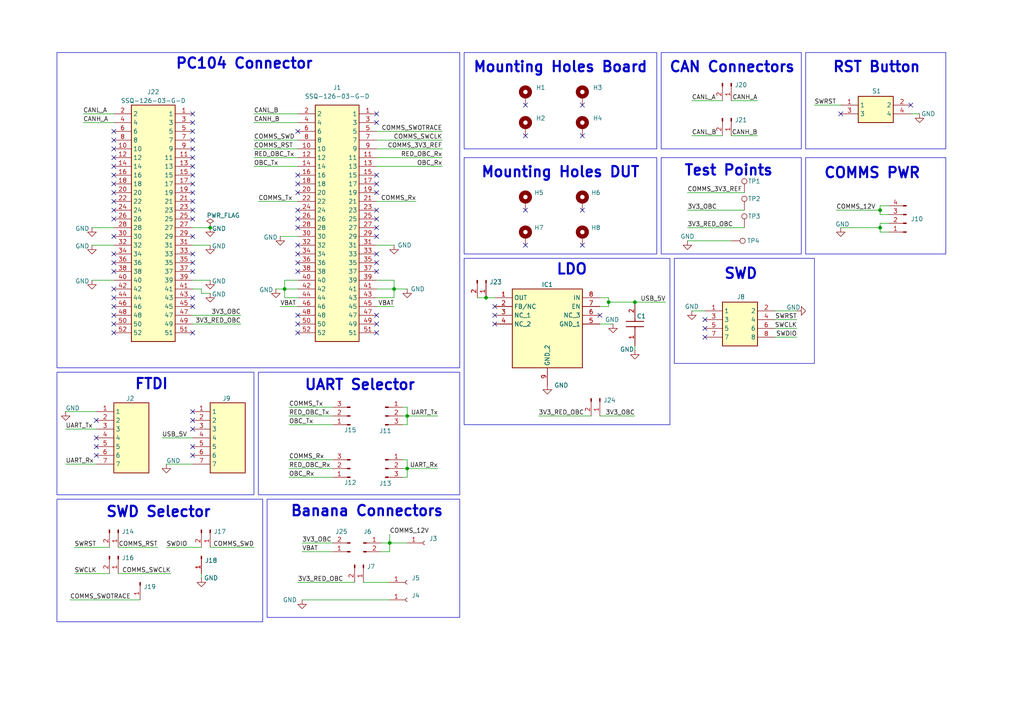
<source format=kicad_sch>
(kicad_sch (version 20231120) (generator "eeschema") (generator_version "8.0")
  (paper "A4")
  (lib_symbols
    (symbol "Connector:Conn_01x01_Pin" (pin_names (offset 1.016) hide)
      (property "Reference" "J" (at 0 2.54 0))
      (property "Value" "Conn_01x01_Pin" (at 0 -2.54 0))
      (symbol "Conn_01x01_Pin_1_1"
        (polyline (pts (xy 1.27 0) (xy 0.8636 0)) (stroke (width 0.1524)))
        (rectangle (start 0.8636 0.127) (end 0 -0.127) (stroke (width 0.1524)) (fill (type outline)))
        (pin passive line (at 5.08 0 180) (length 3.81) (name "Pin_1") (number "1"))
      )
    )
    (symbol "Connector:Conn_01x01_Socket" (pin_names (offset 1.016) hide)
      (property "Reference" "J" (at 0 2.54 0))
      (property "Value" "Conn_01x01_Socket" (at 0 -2.54 0))
      (symbol "Conn_01x01_Socket_1_1"
        (polyline (pts (xy -1.27 0) (xy -0.508 0)) (stroke (width 0.1524)))
        (arc (start 0 0.508) (mid -0.5058 0) (end 0 -0.508) (stroke (width 0.1524)))
        (pin passive line (at -5.08 0 0) (length 3.81) (name "Pin_1") (number "1"))
      )
    )
    (symbol "Connector:Conn_01x02_Pin" (pin_names (offset 1.016) hide)
      (property "Reference" "J" (at 0 2.54 0))
      (property "Value" "Conn_01x02_Pin" (at 0 -5.08 0))
      (symbol "Conn_01x02_Pin_1_1"
        (polyline (pts (xy 1.27 -2.54) (xy 0.8636 -2.54)) (stroke (width 0.1524)))
        (polyline (pts (xy 1.27 0) (xy 0.8636 0)) (stroke (width 0.1524)))
        (rectangle (start 0.8636 -2.413) (end 0 -2.667) (stroke (width 0.1524)) (fill (type outline)))
        (rectangle (start 0.8636 0.127) (end 0 -0.127) (stroke (width 0.1524)) (fill (type outline)))
        (pin passive line (at 5.08 0 180) (length 3.81) (name "Pin_1") (number "1"))
        (pin passive line (at 5.08 -2.54 180) (length 3.81) (name "Pin_2") (number "2"))
      )
    )
    (symbol "Connector:Conn_01x03_Pin" (pin_names (offset 1.016) hide)
      (property "Reference" "J" (at 0 5.08 0))
      (property "Value" "Conn_01x03_Pin" (at 0 -5.08 0))
      (symbol "Conn_01x03_Pin_1_1"
        (polyline (pts (xy 1.27 -2.54) (xy 0.8636 -2.54)) (stroke (width 0.1524)))
        (polyline (pts (xy 1.27 0) (xy 0.8636 0)) (stroke (width 0.1524)))
        (polyline (pts (xy 1.27 2.54) (xy 0.8636 2.54)) (stroke (width 0.1524)))
        (rectangle (start 0.8636 -2.413) (end 0 -2.667) (stroke (width 0.1524)) (fill (type outline)))
        (rectangle (start 0.8636 0.127) (end 0 -0.127) (stroke (width 0.1524)) (fill (type outline)))
        (rectangle (start 0.8636 2.667) (end 0 2.413) (stroke (width 0.1524)) (fill (type outline)))
        (pin passive line (at 5.08 2.54 180) (length 3.81) (name "Pin_1") (number "1"))
        (pin passive line (at 5.08 0 180) (length 3.81) (name "Pin_2") (number "2"))
        (pin passive line (at 5.08 -2.54 180) (length 3.81) (name "Pin_3") (number "3"))
      )
    )
    (symbol "Connector:Conn_01x04_Pin" (pin_names (offset 1.016) hide)
      (property "Reference" "J" (at 0 5.08 0))
      (property "Value" "Conn_01x04_Pin" (at 0 -7.62 0))
      (symbol "Conn_01x04_Pin_1_1"
        (polyline (pts (xy 1.27 -5.08) (xy 0.8636 -5.08)) (stroke (width 0.1524)))
        (polyline (pts (xy 1.27 -2.54) (xy 0.8636 -2.54)) (stroke (width 0.1524)))
        (polyline (pts (xy 1.27 0) (xy 0.8636 0)) (stroke (width 0.1524)))
        (polyline (pts (xy 1.27 2.54) (xy 0.8636 2.54)) (stroke (width 0.1524)))
        (rectangle (start 0.8636 -4.953) (end 0 -5.207) (stroke (width 0.1524)) (fill (type outline)))
        (rectangle (start 0.8636 -2.413) (end 0 -2.667) (stroke (width 0.1524)) (fill (type outline)))
        (rectangle (start 0.8636 0.127) (end 0 -0.127) (stroke (width 0.1524)) (fill (type outline)))
        (rectangle (start 0.8636 2.667) (end 0 2.413) (stroke (width 0.1524)) (fill (type outline)))
        (pin passive line (at 5.08 2.54 180) (length 3.81) (name "Pin_1") (number "1"))
        (pin passive line (at 5.08 0 180) (length 3.81) (name "Pin_2") (number "2"))
        (pin passive line (at 5.08 -2.54 180) (length 3.81) (name "Pin_3") (number "3"))
        (pin passive line (at 5.08 -5.08 180) (length 3.81) (name "Pin_4") (number "4"))
      )
    )
    (symbol "Connector:TestPoint" (pin_numbers hide) (pin_names (offset 0.762) hide)
      (property "Reference" "TP" (at 0 6.858 0))
      (property "Value" "TestPoint" (at 0 5.08 0))
      (symbol "TestPoint_0_1"
        (circle (center 0 3.302) (radius 0.762))
      )
      (symbol "TestPoint_1_1"
        (pin passive line (at 0 0 90) (length 2.54) (name "1") (number "1"))
      )
    )
    (symbol "Mechanical:MountingHole_Pad" (pin_numbers hide) (pin_names (offset 1.016) hide)
      (property "Reference" "H" (at 0 6.35 0))
      (property "Value" "MountingHole_Pad" (at 0 4.445 0))
      (symbol "MountingHole_Pad_0_1"
        (circle (center 0 1.27) (radius 1.27) (stroke (width 1.27)))
      )
      (symbol "MountingHole_Pad_1_1"
        (pin input line (at 0 -2.54 90) (length 2.54) (name "1") (number "1"))
      )
    )
    (symbol "SamacSys_Parts:DF11-8DP-2DSA_24_"
      (property "Reference" "J" (at 16.51 7.62 0))
      (property "Value" "DF11-8DP-2DSA_24_" (at 16.51 5.08 0))
      (symbol "DF11-8DP-2DSA_24__1_1"
        (rectangle (start 5.08 2.54) (end 15.24 -10.16) (stroke (width 0.254)) (fill (type background)))
        (pin passive line (at 0 0 0) (length 5.08) (name "1") (number "1"))
        (pin passive line (at 20.32 0 180) (length 5.08) (name "2") (number "2"))
        (pin passive line (at 0 -2.54 0) (length 5.08) (name "3") (number "3"))
        (pin passive line (at 20.32 -2.54 180) (length 5.08) (name "4") (number "4"))
        (pin passive line (at 0 -5.08 0) (length 5.08) (name "5") (number "5"))
        (pin passive line (at 20.32 -5.08 180) (length 5.08) (name "6") (number "6"))
        (pin passive line (at 0 -7.62 0) (length 5.08) (name "7") (number "7"))
        (pin passive line (at 20.32 -7.62 180) (length 5.08) (name "8") (number "8"))
      )
    )
    (symbol "SamacSys_Parts:FSM4JH"
      (property "Reference" "S" (at 16.51 7.62 0))
      (property "Value" "FSM4JH" (at 16.51 5.08 0))
      (symbol "FSM4JH_1_1"
        (rectangle (start 5.08 2.54) (end 15.24 -5.08) (stroke (width 0.254)) (fill (type background)))
        (pin passive line (at 0 0 0) (length 5.08) (name "1") (number "1"))
        (pin passive line (at 20.32 0 180) (length 5.08) (name "2") (number "2"))
        (pin passive line (at 0 -2.54 0) (length 5.08) (name "3") (number "3"))
        (pin passive line (at 20.32 -2.54 180) (length 5.08) (name "4") (number "4"))
      )
    )
    (symbol "SamacSys_Parts:KAF21KR71H105KU" (pin_names hide)
      (property "Reference" "C" (at 8.89 6.35 0))
      (property "Value" "KAF21KR71H105KU" (at 8.89 3.81 0))
      (symbol "KAF21KR71H105KU_1_1"
        (polyline (pts (xy 5.08 0) (xy 5.588 0)) (stroke (width 0.254)))
        (polyline (pts (xy 5.588 2.54) (xy 5.588 -2.54)) (stroke (width 0.254)))
        (polyline (pts (xy 7.112 0) (xy 7.62 0)) (stroke (width 0.254)))
        (polyline (pts (xy 7.112 2.54) (xy 7.112 -2.54)) (stroke (width 0.254)))
        (pin passive line (at 0 0 0) (length 5.08) (name "1") (number "1"))
        (pin passive line (at 12.7 0 180) (length 5.08) (name "2") (number "2"))
      )
    )
    (symbol "SamacSys_Parts:SSQ-126-03-G-D"
      (property "Reference" "J" (at 19.05 7.62 0))
      (property "Value" "SSQ-126-03-G-D" (at 19.05 5.08 0))
      (symbol "SSQ-126-03-G-D_1_1"
        (rectangle (start 5.08 2.54) (end 17.78 -66.04) (stroke (width 0.254)) (fill (type background)))
        (pin passive line (at 0 -63.5 0) (length 5.08) (name "1") (number "1"))
        (pin passive line (at 22.86 -53.34 180) (length 5.08) (name "10") (number "10"))
        (pin passive line (at 0 -50.8 0) (length 5.08) (name "11") (number "11"))
        (pin passive line (at 22.86 -50.8 180) (length 5.08) (name "12") (number "12"))
        (pin passive line (at 0 -48.26 0) (length 5.08) (name "13") (number "13"))
        (pin passive line (at 22.86 -48.26 180) (length 5.08) (name "14") (number "14"))
        (pin passive line (at 0 -45.72 0) (length 5.08) (name "15") (number "15"))
        (pin passive line (at 22.86 -45.72 180) (length 5.08) (name "16") (number "16"))
        (pin passive line (at 0 -43.18 0) (length 5.08) (name "17") (number "17"))
        (pin passive line (at 22.86 -43.18 180) (length 5.08) (name "18") (number "18"))
        (pin passive line (at 0 -40.64 0) (length 5.08) (name "19") (number "19"))
        (pin passive line (at 22.86 -63.5 180) (length 5.08) (name "2") (number "2"))
        (pin passive line (at 22.86 -40.64 180) (length 5.08) (name "20") (number "20"))
        (pin passive line (at 0 -38.1 0) (length 5.08) (name "21") (number "21"))
        (pin passive line (at 22.86 -38.1 180) (length 5.08) (name "22") (number "22"))
        (pin passive line (at 0 -35.56 0) (length 5.08) (name "23") (number "23"))
        (pin passive line (at 22.86 -35.56 180) (length 5.08) (name "24") (number "24"))
        (pin passive line (at 0 -33.02 0) (length 5.08) (name "25") (number "25"))
        (pin passive line (at 22.86 -33.02 180) (length 5.08) (name "26") (number "26"))
        (pin passive line (at 0 -30.48 0) (length 5.08) (name "27") (number "27"))
        (pin passive line (at 22.86 -30.48 180) (length 5.08) (name "28") (number "28"))
        (pin passive line (at 0 -27.94 0) (length 5.08) (name "29") (number "29"))
        (pin passive line (at 0 -60.96 0) (length 5.08) (name "3") (number "3"))
        (pin passive line (at 22.86 -27.94 180) (length 5.08) (name "30") (number "30"))
        (pin passive line (at 0 -25.4 0) (length 5.08) (name "31") (number "31"))
        (pin passive line (at 22.86 -25.4 180) (length 5.08) (name "32") (number "32"))
        (pin passive line (at 0 -22.86 0) (length 5.08) (name "33") (number "33"))
        (pin passive line (at 22.86 -22.86 180) (length 5.08) (name "34") (number "34"))
        (pin passive line (at 0 -20.32 0) (length 5.08) (name "35") (number "35"))
        (pin passive line (at 22.86 -20.32 180) (length 5.08) (name "36") (number "36"))
        (pin passive line (at 0 -17.78 0) (length 5.08) (name "37") (number "37"))
        (pin passive line (at 22.86 -17.78 180) (length 5.08) (name "38") (number "38"))
        (pin passive line (at 0 -15.24 0) (length 5.08) (name "39") (number "39"))
        (pin passive line (at 22.86 -60.96 180) (length 5.08) (name "4") (number "4"))
        (pin passive line (at 22.86 -15.24 180) (length 5.08) (name "40") (number "40"))
        (pin passive line (at 0 -12.7 0) (length 5.08) (name "41") (number "41"))
        (pin passive line (at 22.86 -12.7 180) (length 5.08) (name "42") (number "42"))
        (pin passive line (at 0 -10.16 0) (length 5.08) (name "43") (number "43"))
        (pin passive line (at 22.86 -10.16 180) (length 5.08) (name "44") (number "44"))
        (pin passive line (at 0 -7.62 0) (length 5.08) (name "45") (number "45"))
        (pin passive line (at 22.86 -7.62 180) (length 5.08) (name "46") (number "46"))
        (pin passive line (at 0 -5.08 0) (length 5.08) (name "47") (number "47"))
        (pin passive line (at 22.86 -5.08 180) (length 5.08) (name "48") (number "48"))
        (pin passive line (at 0 -2.54 0) (length 5.08) (name "49") (number "49"))
        (pin passive line (at 0 -58.42 0) (length 5.08) (name "5") (number "5"))
        (pin passive line (at 22.86 -2.54 180) (length 5.08) (name "50") (number "50"))
        (pin passive line (at 0 0 0) (length 5.08) (name "51") (number "51"))
        (pin passive line (at 22.86 0 180) (length 5.08) (name "52") (number "52"))
        (pin passive line (at 22.86 -58.42 180) (length 5.08) (name "6") (number "6"))
        (pin passive line (at 0 -55.88 0) (length 5.08) (name "7") (number "7"))
        (pin passive line (at 22.86 -55.88 180) (length 5.08) (name "8") (number "8"))
        (pin passive line (at 0 -53.34 0) (length 5.08) (name "9") (number "9"))
      )
    )
    (symbol "SamacSys_Parts:TPS7B8633QDDARQ1"
      (property "Reference" "IC" (at 26.67 7.62 0))
      (property "Value" "TPS7B8633QDDARQ1" (at 26.67 5.08 0))
      (symbol "TPS7B8633QDDARQ1_1_1"
        (rectangle (start 5.08 2.54) (end 25.4 -20.32) (stroke (width 0.254)) (fill (type background)))
        (pin passive line (at 0 0 0) (length 5.08) (name "OUT") (number "1"))
        (pin passive line (at 0 -2.54 0) (length 5.08) (name "FB/NC") (number "2"))
        (pin passive line (at 0 -5.08 0) (length 5.08) (name "NC_1") (number "3"))
        (pin passive line (at 0 -7.62 0) (length 5.08) (name "NC_2") (number "4"))
        (pin passive line (at 30.48 -7.62 180) (length 5.08) (name "GND_1") (number "5"))
        (pin passive line (at 30.48 -5.08 180) (length 5.08) (name "NC_3") (number "6"))
        (pin passive line (at 30.48 -2.54 180) (length 5.08) (name "EN") (number "7"))
        (pin passive line (at 30.48 0 180) (length 5.08) (name "IN") (number "8"))
        (pin passive line (at 15.24 -25.4 90) (length 5.08) (name "GND_2") (number "9"))
      )
    )
    (symbol "SamacSys_Parts:TSW-107-24-L-S"
      (property "Reference" "J" (at 16.51 7.62 0))
      (property "Value" "TSW-107-24-L-S" (at 16.51 5.08 0))
      (symbol "TSW-107-24-L-S_1_1"
        (rectangle (start 5.08 2.54) (end 15.24 -17.78) (stroke (width 0.254)) (fill (type background)))
        (pin passive line (at 0 0 0) (length 5.08) (name "1") (number "1"))
        (pin passive line (at 0 -2.54 0) (length 5.08) (name "2") (number "2"))
        (pin passive line (at 0 -5.08 0) (length 5.08) (name "3") (number "3"))
        (pin passive line (at 0 -7.62 0) (length 5.08) (name "4") (number "4"))
        (pin passive line (at 0 -10.16 0) (length 5.08) (name "5") (number "5"))
        (pin passive line (at 0 -12.7 0) (length 5.08) (name "6") (number "6"))
        (pin passive line (at 0 -15.24 0) (length 5.08) (name "7") (number "7"))
      )
    )
    (symbol "power:GND" (power) (pin_numbers hide) (pin_names (offset 0) hide)
      (property "Value" "GND" (at 0 -3.81 0))
      (symbol "GND_0_1"
        (polyline (pts (xy 0 0) (xy 0 -1.27) (xy 1.27 -1.27) (xy 0 -2.54) (xy -1.27 -1.27) (xy 0 -1.27)))
      )
      (symbol "GND_1_1"
        (pin power_in line (at 0 0 270) (length 0) (name "~") (number "1"))
      )
    )
    (symbol "power:PWR_FLAG" (power) (pin_numbers hide) (pin_names (offset 0) hide)
      (property "Value" "PWR_FLAG" (at 0 3.81 0))
      (symbol "PWR_FLAG_0_0"
        (pin power_out line (at 0 0 90) (length 0) (name "~") (number "1"))
      )
      (symbol "PWR_FLAG_0_1"
        (polyline (pts (xy 0 0) (xy 0 1.27) (xy -1.016 1.905) (xy 0 2.54) (xy 1.016 1.905) (xy 0 1.27)))
      )
    )
  )
  (junction (at 82.55 83.82))
  (junction (at 60.96 66.04))
  (junction (at 114.3 83.82))
  (junction (at 140.97 86.36))
  (junction (at 255.27 60.96))
  (junction (at 113.03 157.48))
  (junction (at 118.11 120.65))
  (junction (at 255.27 66.04))
  (junction (at 118.11 135.89))
  (junction (at 176.53 87.63))
  (junction (at 184.15 87.63))
  (no_connect (at 109.22 76.2))
  (no_connect (at 109.22 91.44))
  (no_connect (at 27.94 129.54))
  (no_connect (at 86.36 76.2))
  (no_connect (at 109.22 35.56))
  (no_connect (at 55.88 121.92))
  (no_connect (at 33.02 43.18))
  (no_connect (at 109.22 73.66))
  (no_connect (at 33.02 48.26))
  (no_connect (at 55.88 58.42))
  (no_connect (at 27.94 121.92))
  (no_connect (at 86.36 71.12))
  (no_connect (at 33.02 76.2))
  (no_connect (at 168.91 30.48))
  (no_connect (at 204.47 95.25))
  (no_connect (at 109.22 60.96))
  (no_connect (at 55.88 124.46))
  (no_connect (at 86.36 63.5))
  (no_connect (at 55.88 86.36))
  (no_connect (at 86.36 38.1))
  (no_connect (at 55.88 132.08))
  (no_connect (at 86.36 78.74))
  (no_connect (at 168.91 60.96))
  (no_connect (at 204.47 92.71))
  (no_connect (at 109.22 93.98))
  (no_connect (at 55.88 53.34))
  (no_connect (at 33.02 91.44))
  (no_connect (at 33.02 58.42))
  (no_connect (at 55.88 55.88))
  (no_connect (at 86.36 50.8))
  (no_connect (at 86.36 60.96))
  (no_connect (at 33.02 86.36))
  (no_connect (at 33.02 78.74))
  (no_connect (at 33.02 60.96))
  (no_connect (at 109.22 50.8))
  (no_connect (at 55.88 78.74))
  (no_connect (at 152.4 39.37))
  (no_connect (at 109.22 78.74))
  (no_connect (at 86.36 73.66))
  (no_connect (at 33.02 55.88))
  (no_connect (at 243.84 33.02))
  (no_connect (at 55.88 119.38))
  (no_connect (at 55.88 33.02))
  (no_connect (at 86.36 93.98))
  (no_connect (at 109.22 53.34))
  (no_connect (at 152.4 60.96))
  (no_connect (at 109.22 55.88))
  (no_connect (at 109.22 33.02))
  (no_connect (at 264.16 30.48))
  (no_connect (at 55.88 96.52))
  (no_connect (at 152.4 30.48))
  (no_connect (at 204.47 97.79))
  (no_connect (at 152.4 71.12))
  (no_connect (at 33.02 93.98))
  (no_connect (at 33.02 83.82))
  (no_connect (at 55.88 88.9))
  (no_connect (at 33.02 53.34))
  (no_connect (at 33.02 38.1))
  (no_connect (at 33.02 88.9))
  (no_connect (at 168.91 39.37))
  (no_connect (at 109.22 96.52))
  (no_connect (at 55.88 50.8))
  (no_connect (at 55.88 40.64))
  (no_connect (at 86.36 66.04))
  (no_connect (at 55.88 63.5))
  (no_connect (at 33.02 68.58))
  (no_connect (at 173.99 91.44))
  (no_connect (at 86.36 53.34))
  (no_connect (at 27.94 127))
  (no_connect (at 143.51 88.9))
  (no_connect (at 33.02 50.8))
  (no_connect (at 55.88 60.96))
  (no_connect (at 33.02 63.5))
  (no_connect (at 33.02 73.66))
  (no_connect (at 55.88 38.1))
  (no_connect (at 55.88 73.66))
  (no_connect (at 168.91 71.12))
  (no_connect (at 109.22 68.58))
  (no_connect (at 33.02 96.52))
  (no_connect (at 86.36 96.52))
  (no_connect (at 55.88 129.54))
  (no_connect (at 55.88 76.2))
  (no_connect (at 55.88 68.58))
  (no_connect (at 55.88 43.18))
  (no_connect (at 55.88 48.26))
  (no_connect (at 33.02 40.64))
  (no_connect (at 143.51 91.44))
  (no_connect (at 33.02 45.72))
  (no_connect (at 27.94 132.08))
  (no_connect (at 86.36 55.88))
  (no_connect (at 86.36 91.44))
  (no_connect (at 143.51 93.98))
  (no_connect (at 109.22 63.5))
  (no_connect (at 109.22 66.04))
  (no_connect (at 55.88 45.72))
  (no_connect (at 55.88 35.56))
  (wire (pts (xy 21.59 158.75) (xy 31.75 158.75)))
  (wire (pts (xy 114.3 86.36) (xy 109.22 86.36)))
  (wire (pts (xy 20.32 173.99) (xy 40.64 173.99)))
  (wire (pts (xy 140.97 86.36) (xy 143.51 86.36)))
  (wire (pts (xy 109.22 48.26) (xy 128.27 48.26)))
  (wire (pts (xy 109.22 81.28) (xy 114.3 81.28)))
  (wire (pts (xy 236.22 30.48) (xy 243.84 30.48)))
  (wire (pts (xy 73.66 43.18) (xy 86.36 43.18)))
  (wire (pts (xy 83.82 123.19) (xy 96.52 123.19)))
  (wire (pts (xy 199.39 69.85) (xy 212.09 69.85)))
  (wire (pts (xy 176.53 87.63) (xy 176.53 88.9)))
  (wire (pts (xy 73.66 33.02) (xy 86.36 33.02)))
  (wire (pts (xy 73.66 48.26) (xy 86.36 48.26)))
  (wire (pts (xy 116.84 118.11) (xy 118.11 118.11)))
  (wire (pts (xy 243.84 66.04) (xy 255.27 66.04)))
  (wire (pts (xy 257.81 64.77) (xy 255.27 64.77)))
  (wire (pts (xy 224.79 92.71) (xy 231.14 92.71)))
  (wire (pts (xy 83.82 138.43) (xy 96.52 138.43)))
  (wire (pts (xy 114.3 81.28) (xy 114.3 83.82)))
  (wire (pts (xy 60.96 81.28) (xy 55.88 81.28)))
  (wire (pts (xy 255.27 64.77) (xy 255.27 66.04)))
  (wire (pts (xy 81.28 68.58) (xy 86.36 68.58)))
  (wire (pts (xy 58.42 83.82) (xy 55.88 83.82)))
  (wire (pts (xy 224.79 90.17) (xy 231.14 90.17)))
  (wire (pts (xy 173.99 120.65) (xy 184.15 120.65)))
  (wire (pts (xy 173.99 86.36) (xy 176.53 86.36)))
  (wire (pts (xy 58.42 85.09) (xy 58.42 83.82)))
  (wire (pts (xy 60.96 66.04) (xy 55.88 66.04)))
  (wire (pts (xy 109.22 38.1) (xy 128.27 38.1)))
  (wire (pts (xy 48.26 158.75) (xy 58.42 158.75)))
  (wire (pts (xy 184.15 100.33) (xy 184.15 101.6)))
  (wire (pts (xy 184.15 87.63) (xy 193.04 87.63)))
  (wire (pts (xy 34.29 158.75) (xy 45.72 158.75)))
  (wire (pts (xy 266.7 33.02) (xy 264.16 33.02)))
  (wire (pts (xy 224.79 95.25) (xy 231.14 95.25)))
  (wire (pts (xy 156.21 120.65) (xy 171.45 120.65)))
  (wire (pts (xy 114.3 71.12) (xy 109.22 71.12)))
  (wire (pts (xy 87.63 157.48) (xy 96.52 157.48)))
  (wire (pts (xy 83.82 133.35) (xy 96.52 133.35)))
  (wire (pts (xy 118.11 120.65) (xy 116.84 120.65)))
  (wire (pts (xy 224.79 97.79) (xy 231.14 97.79)))
  (wire (pts (xy 86.36 83.82) (xy 82.55 83.82)))
  (wire (pts (xy 255.27 60.96) (xy 255.27 62.23)))
  (wire (pts (xy 82.55 81.28) (xy 82.55 83.82)))
  (wire (pts (xy 83.82 120.65) (xy 96.52 120.65)))
  (wire (pts (xy 215.9 60.96) (xy 199.39 60.96)))
  (wire (pts (xy 86.36 81.28) (xy 82.55 81.28)))
  (wire (pts (xy 34.29 166.37) (xy 49.53 166.37)))
  (wire (pts (xy 200.66 39.37) (xy 209.55 39.37)))
  (wire (pts (xy 255.27 66.04) (xy 255.27 67.31)))
  (wire (pts (xy 55.88 91.44) (xy 69.85 91.44)))
  (wire (pts (xy 177.8 93.98) (xy 173.99 93.98)))
  (wire (pts (xy 110.49 157.48) (xy 113.03 157.48)))
  (wire (pts (xy 118.11 138.43) (xy 118.11 135.89)))
  (wire (pts (xy 255.27 67.31) (xy 257.81 67.31)))
  (wire (pts (xy 109.22 40.64) (xy 128.27 40.64)))
  (wire (pts (xy 82.55 86.36) (xy 86.36 86.36)))
  (wire (pts (xy 60.96 158.75) (xy 73.66 158.75)))
  (wire (pts (xy 109.22 88.9) (xy 114.3 88.9)))
  (wire (pts (xy 176.53 86.36) (xy 176.53 87.63)))
  (wire (pts (xy 109.22 83.82) (xy 114.3 83.82)))
  (wire (pts (xy 118.11 135.89) (xy 116.84 135.89)))
  (wire (pts (xy 200.66 29.21) (xy 209.55 29.21)))
  (wire (pts (xy 58.42 167.64) (xy 58.42 166.37)))
  (wire (pts (xy 109.22 58.42) (xy 120.65 58.42)))
  (wire (pts (xy 255.27 59.69) (xy 255.27 60.96)))
  (wire (pts (xy 200.66 90.17) (xy 204.47 90.17)))
  (wire (pts (xy 21.59 166.37) (xy 31.75 166.37)))
  (wire (pts (xy 19.05 134.62) (xy 27.94 134.62)))
  (wire (pts (xy 110.49 160.02) (xy 113.03 160.02)))
  (wire (pts (xy 255.27 59.69) (xy 257.81 59.69)))
  (wire (pts (xy 19.05 119.38) (xy 27.94 119.38)))
  (wire (pts (xy 176.53 88.9) (xy 173.99 88.9)))
  (wire (pts (xy 73.66 45.72) (xy 86.36 45.72)))
  (wire (pts (xy 81.28 88.9) (xy 86.36 88.9)))
  (wire (pts (xy 80.01 83.82) (xy 82.55 83.82)))
  (wire (pts (xy 83.82 135.89) (xy 96.52 135.89)))
  (wire (pts (xy 105.41 168.91) (xy 113.03 168.91)))
  (wire (pts (xy 109.22 45.72) (xy 128.27 45.72)))
  (wire (pts (xy 86.36 168.91) (xy 102.87 168.91)))
  (wire (pts (xy 109.22 43.18) (xy 128.27 43.18)))
  (wire (pts (xy 255.27 62.23) (xy 257.81 62.23)))
  (wire (pts (xy 26.67 81.28) (xy 33.02 81.28)))
  (wire (pts (xy 73.66 35.56) (xy 86.36 35.56)))
  (wire (pts (xy 19.05 124.46) (xy 27.94 124.46)))
  (wire (pts (xy 60.96 71.12) (xy 55.88 71.12)))
  (wire (pts (xy 26.67 66.04) (xy 33.02 66.04)))
  (wire (pts (xy 215.9 55.88) (xy 199.39 55.88)))
  (wire (pts (xy 118.11 133.35) (xy 118.11 135.89)))
  (wire (pts (xy 87.63 173.99) (xy 113.03 173.99)))
  (wire (pts (xy 74.93 58.42) (xy 86.36 58.42)))
  (wire (pts (xy 46.99 127) (xy 55.88 127)))
  (wire (pts (xy 48.26 134.62) (xy 55.88 134.62)))
  (wire (pts (xy 60.96 85.09) (xy 58.42 85.09)))
  (wire (pts (xy 215.9 66.04) (xy 199.39 66.04)))
  (wire (pts (xy 118.11 123.19) (xy 118.11 120.65)))
  (wire (pts (xy 24.13 35.56) (xy 33.02 35.56)))
  (wire (pts (xy 116.84 138.43) (xy 118.11 138.43)))
  (wire (pts (xy 114.3 83.82) (xy 114.3 86.36)))
  (wire (pts (xy 113.03 154.94) (xy 113.03 157.48)))
  (wire (pts (xy 140.97 86.36) (xy 138.43 86.36)))
  (wire (pts (xy 113.03 160.02) (xy 113.03 157.48)))
  (wire (pts (xy 176.53 87.63) (xy 184.15 87.63)))
  (wire (pts (xy 212.09 29.21) (xy 219.71 29.21)))
  (wire (pts (xy 116.84 133.35) (xy 118.11 133.35)))
  (wire (pts (xy 26.67 71.12) (xy 33.02 71.12)))
  (wire (pts (xy 118.11 118.11) (xy 118.11 120.65)))
  (wire (pts (xy 24.13 33.02) (xy 33.02 33.02)))
  (wire (pts (xy 82.55 83.82) (xy 82.55 86.36)))
  (wire (pts (xy 242.57 60.96) (xy 255.27 60.96)))
  (wire (pts (xy 118.11 120.65) (xy 127 120.65)))
  (wire (pts (xy 83.82 118.11) (xy 96.52 118.11)))
  (wire (pts (xy 116.84 123.19) (xy 118.11 123.19)))
  (wire (pts (xy 73.66 40.64) (xy 86.36 40.64)))
  (wire (pts (xy 113.03 157.48) (xy 118.11 157.48)))
  (wire (pts (xy 118.11 83.82) (xy 114.3 83.82)))
  (wire (pts (xy 55.88 93.98) (xy 69.85 93.98)))
  (wire (pts (xy 87.63 160.02) (xy 96.52 160.02)))
  (wire (pts (xy 118.11 135.89) (xy 127 135.89)))
  (wire (pts (xy 212.09 39.37) (xy 219.71 39.37)))
  (rectangle (start 191.77 15.24) (end 232.41 43.18))
  (rectangle (start 134.62 74.93) (end 194.31 123.19))
  (rectangle (start 16.51 107.95) (end 73.66 143.51))
  (rectangle (start 77.47 144.78) (end 133.35 179.07))
  (rectangle (start 195.58 74.93) (end 236.22 105.41))
  (rectangle (start 16.51 144.78) (end 76.2 180.34))
  (rectangle (start 233.68 45.72) (end 274.32 73.66))
  (rectangle (start 134.62 15.24) (end 190.5 43.18))
  (rectangle (start 233.68 15.24) (end 274.32 43.18))
  (rectangle (start 191.77 45.72) (end 232.41 73.66))
  (rectangle (start 134.62 45.72) (end 190.5 73.66))
  (rectangle (start 74.93 107.95) (end 133.35 143.51))
  (rectangle (start 16.51 15.24) (end 133.35 106.68))
  (text "Mounting Holes Board" (at 162.56 19.558 0) (effects (font (size 3 3) (thickness 0.6) (bold yes))))
  (text "CAN Connectors" (at 212.344 19.558 0) (effects (font (size 3 3) (thickness 0.6) (bold yes))))
  (text "RST Button" (at 254.254 19.558 0) (effects (font (size 3 3) (thickness 0.6) (bold yes))))
  (text "SWD" (at 214.884 79.502 0) (effects (font (size 3 3) (thickness 0.6) (bold yes))))
  (text "LDO" (at 165.862 78.232 0) (effects (font (size 3 3) (thickness 0.6) (bold yes))))
  (text "UART Selector" (at 104.394 111.76 0) (effects (font (size 3 3) (thickness 0.6) (bold yes))))
  (text "SWD Selector" (at 45.974 148.59 0) (effects (font (size 3 3) (thickness 0.6) (bold yes))))
  (text "Mounting Holes DUT" (at 162.56 50.038 0) (effects (font (size 3 3) (thickness 0.6) (bold yes))))
  (text "Test Points" (at 211.328 49.53 0) (effects (font (size 3 3) (thickness 0.6) (bold yes))))
  (text "FTDI" (at 43.942 111.506 0) (effects (font (size 3 3) (thickness 0.6) (bold yes))))
  (text "PC104 Connector" (at 70.866 18.542 0) (effects (font (size 3 3) (thickness 0.6) (bold yes))))
  (text "Banana Connectors" (at 106.426 148.336 0) (effects (font (size 3 3) (thickness 0.6) (bold yes))))
  (text "COMMS PWR\n" (at 252.984 50.292 0) (effects (font (size 3 3) (thickness 0.6) (bold yes))))
  (label "COMMS_RST" (at 73.66 43.18 0))
  (label "3V3_OBC" (at 87.63 157.48 0))
  (label "COMMS_SWCLK" (at 49.53 166.37 180))
  (label "COMMS_SWD" (at 73.66 158.75 180))
  (label "3V3_RED_OBC" (at 86.36 168.91 0))
  (label "RED_OBC_Rx" (at 128.27 45.72 180))
  (label "SWRST" (at 21.59 158.75 0))
  (label "RED_OBC_Tx" (at 73.66 45.72 0))
  (label "COMMS_SWD" (at 73.66 40.64 0))
  (label "SWDIO" (at 231.14 97.79 180))
  (label "3V3_OBC" (at 184.15 120.65 180))
  (label "UART_Rx" (at 127 135.89 180))
  (label "SWCLK" (at 21.59 166.37 0))
  (label "UART_Rx" (at 19.05 134.62 0))
  (label "CANH_B" (at 219.71 39.37 180))
  (label "CANL_A" (at 200.66 29.21 0))
  (label "CANH_B" (at 73.66 35.56 0))
  (label "VBAT" (at 81.28 88.9 0))
  (label "SWRST" (at 236.22 30.48 0))
  (label "CANH_A" (at 24.13 35.56 0))
  (label "OBC_Rx" (at 83.82 138.43 0))
  (label "COMMS_3V3_REF" (at 128.27 43.18 180))
  (label "RED_OBC_Rx" (at 83.82 135.89 0))
  (label "3V3_RED_OBC" (at 69.85 93.98 180))
  (label "UART_Tx" (at 19.05 124.46 0))
  (label "3V3_RED_OBC" (at 156.21 120.65 0))
  (label "CANH_A" (at 219.71 29.21 180))
  (label "CANL_A" (at 24.13 33.02 0))
  (label "COMMS_Rx" (at 83.82 133.35 0))
  (label "SWCLK" (at 231.14 95.25 180))
  (label "3V3_OBC" (at 199.39 60.96 0))
  (label "COMMS_3V3_REF" (at 199.39 55.88 0))
  (label "OBC_Tx" (at 83.82 123.19 0))
  (label "SWRST" (at 231.14 92.71 180))
  (label "SWDIO" (at 48.26 158.75 0))
  (label "COMMS_12V" (at 113.03 154.94 0))
  (label "COMMS_Tx" (at 74.93 58.42 0))
  (label "USB_5V" (at 46.99 127 0))
  (label "VBAT" (at 87.63 160.02 0))
  (label "COMMS_Tx" (at 83.82 118.11 0))
  (label "COMMS_SWCLK" (at 128.27 40.64 180))
  (label "UART_Tx" (at 127 120.65 180))
  (label "CANL_B" (at 73.66 33.02 0))
  (label "OBC_Rx" (at 128.27 48.26 180))
  (label "3V3_OBC" (at 69.85 91.44 180))
  (label "CANL_B" (at 200.66 39.37 0))
  (label "COMMS_SWOTRACE" (at 128.27 38.1 180))
  (label "OBC_Tx" (at 73.66 48.26 0))
  (label "COMMS_Rx" (at 120.65 58.42 180))
  (label "USB_5V" (at 193.04 87.63 180))
  (label "3V3_RED_OBC" (at 199.39 66.04 0))
  (label "COMMS_SWOTRACE" (at 20.32 173.99 0))
  (label "VBAT" (at 114.3 88.9 180))
  (label "RED_OBC_Tx" (at 83.82 120.65 0))
  (label "COMMS_12V" (at 242.57 60.96 0))
  (label "COMMS_RST" (at 45.72 158.75 180))
  (symbol (lib_id "SamacSys_Parts:DF11-8DP-2DSA_24_") (at 204.47 90.17 0) (unit 1)
    (property "Reference" "J8" (at 214.884 86.106 0))
    (property "Value" "DF11-8DP-2DSA_24_" (effects (hide yes)))
    (property "Footprint" "SamacSys_Parts:SHDR8W60P200_2X4_1000X500X690P" (effects (hide yes)))
    (property "Datasheet" "https://www.hirose.com/product/en/products/DF11/DF11-8DP-2DSA%2824%29/" (effects (hide yes)))
    (property "Description" "Hirose DF11 Series, 2mm Pitch 8 Way 2 Row Straight PCB Header, Solder Termination, 2A" (effects (hide yes)))
    (property "Height" "6.9" (effects (hide yes)))
    (property "Mouser Part Number" "798-DF11-8DP-2DSA24" (effects (hide yes)))
    (property "Mouser Price/Stock" "https://www.mouser.co.uk/ProductDetail/Hirose-Connector/DF11-8DP-2DSA24?qs=zOgoZG1CgI8RMZq1lgRQBg%3D%3D" (effects (hide yes)))
    (property "Manufacturer_Name" "Hirose" (effects (hide yes)))
    (property "Manufacturer_Part_Number" "DF11-8DP-2DSA(24)" (effects (hide yes)))
  )
  (symbol (lib_id "Connector:Conn_01x01_Socket") (at 118.11 168.91 0) (unit 1)
    (property "Reference" "J5" (at 119.38 167.6399 0) (effects (justify left)))
    (property "Value" "Conn_01x01_Socket" (effects (hide yes)))
    (property "Footprint" "Connector:Banana_Jack_1Pin" (effects (hide yes)))
    (property "Description" "Generic connector, single row, 01x01, script generated" (effects (hide yes)))
  )
  (symbol (lib_id "Connector:Conn_01x03_Pin") (at 111.76 120.65 0) (unit 1)
    (property "Reference" "J11" (at 111.76 124.968 0))
    (property "Value" "Conn_01x03_Pin" (effects (hide yes)))
    (property "Footprint" "Connector_PinHeader_2.54mm:PinHeader_1x03_P2.54mm_Vertical" (effects (hide yes)))
    (property "Description" "Generic connector, single row, 01x03, script generated" (effects (hide yes)))
  )
  (symbol (lib_id "Connector:Conn_01x03_Pin") (at 101.6 135.89 180) (unit 1)
    (property "Reference" "J12" (at 101.6 139.954 0))
    (property "Value" "Conn_01x03_Pin" (effects (hide yes)))
    (property "Footprint" "Connector_PinHeader_2.54mm:PinHeader_1x03_P2.54mm_Vertical" (effects (hide yes)))
    (property "Description" "Generic connector, single row, 01x03, script generated" (effects (hide yes)))
  )
  (symbol (lib_id "Mechanical:MountingHole_Pad") (at 152.4 27.94 0) (unit 1)
    (property "Reference" "H1" (at 155.448 25.3999 0) (effects (justify left)))
    (property "Value" "MountingHole_Pad" (effects (hide yes)))
    (property "Footprint" "MountingHole:MountingHole_3.2mm_M3_DIN965_Pad" (effects (hide yes)))
  )
  (symbol (lib_id "Connector:Conn_01x02_Pin") (at 60.96 153.67 270) (unit 1)
    (property "Reference" "J17" (at 61.976 154.178 90) (effects (justify left)))
    (property "Value" "Conn_01x02_Pin" (effects (hide yes)))
    (property "Footprint" "Connector_PinSocket_2.54mm:PinSocket_1x02_P2.54mm_Vertical" (effects (hide yes)))
    (property "Description" "Generic connector, single row, 01x02, script generated" (effects (hide yes)))
  )
  (symbol (lib_id "power:GND") (at 184.15 101.6 0) (unit 1)
    (property "Reference" "#PWR023" (effects (hide yes)))
    (property "Value" "GND" (at 181.864 101.346 0))
    (property "Description" "Power symbol creates a global label with name \"GND\" , ground" (effects (hide yes)))
  )
  (symbol (lib_id "Mechanical:MountingHole_Pad") (at 168.91 58.42 0) (unit 1)
    (property "Reference" "H6" (at 171.45 55.8799 0) (effects (justify left)))
    (property "Value" "MountingHole_Pad" (effects (hide yes)))
    (property "Footprint" "MountingHole:MountingHole_3.2mm_M3_DIN965_Pad" (effects (hide yes)))
  )
  (symbol (lib_id "power:GND") (at 60.96 71.12 0) (unit 1)
    (property "Reference" "#PWR02" (effects (hide yes)))
    (property "Value" "GND" (at 63.5 71.374 0))
    (property "Description" "Power symbol creates a global label with name \"GND\" , ground" (effects (hide yes)))
  )
  (symbol (lib_id "SamacSys_Parts:SSQ-126-03-G-D") (at 55.88 96.52 180) (unit 1)
    (property "Reference" "J22" (at 44.45 26.67 0))
    (property "Value" "SSQ-126-03-G-D" (at 44.45 29.21 0))
    (property "Footprint" "SamacSys_Parts:SSQ-126-XX-YYY-D" (effects (hide yes)))
    (property "Datasheet" "http://suddendocs.samtec.com/prints/ssq-1xx-xx-xxx-x-xx-xxx-xx-x-mkt.pdf" (effects (hide yes)))
    (property "Description" "52 Position, .100&quot; Tiger Buy&trade; Socket Strip, Square Tail" (effects (hide yes)))
    (property "Mouser Part Number" "200-SSQ12603GD" (effects (hide yes)))
    (property "Mouser Price/Stock" "https://www.mouser.co.uk/ProductDetail/Samtec/SSQ-126-03-G-D?qs=rU5fayqh%252BE0aQXkQRkY4SA%3D%3D" (effects (hide yes)))
    (property "Manufacturer_Name" "SAMTEC" (effects (hide yes)))
    (property "Manufacturer_Part_Number" "SSQ-126-03-G-D" (effects (hide yes)))
  )
  (symbol (lib_id "Mechanical:MountingHole_Pad") (at 152.4 68.58 0) (unit 1)
    (property "Reference" "H7" (at 154.94 66.0399 0) (effects (justify left)))
    (property "Value" "MountingHole_Pad" (effects (hide yes)))
    (property "Footprint" "MountingHole:MountingHole_3.2mm_M3_DIN965_Pad" (effects (hide yes)))
  )
  (symbol (lib_id "Connector:Conn_01x01_Socket") (at 118.11 173.99 0) (unit 1)
    (property "Reference" "J4" (at 119.38 172.7199 0) (effects (justify left)))
    (property "Value" "Conn_01x01_Socket" (effects (hide yes)))
    (property "Footprint" "Connector:Banana_Jack_1Pin" (effects (hide yes)))
    (property "Description" "Generic connector, single row, 01x01, script generated" (effects (hide yes)))
  )
  (symbol (lib_id "power:GND") (at 60.96 85.09 0) (unit 1)
    (property "Reference" "#PWR04" (effects (hide yes)))
    (property "Value" "GND" (at 63.5 85.344 0))
    (property "Description" "Power symbol creates a global label with name \"GND\" , ground" (effects (hide yes)))
  )
  (symbol (lib_id "power:GND") (at 199.39 69.85 0) (unit 1)
    (property "Reference" "#PWR017" (effects (hide yes)))
    (property "Value" "GND" (at 199.39 68.58 0))
    (property "Description" "Power symbol creates a global label with name \"GND\" , ground" (effects (hide yes)))
  )
  (symbol (lib_id "SamacSys_Parts:TPS7B8633QDDARQ1") (at 143.51 86.36 0) (unit 1)
    (property "Reference" "IC1" (at 158.75 82.55 0))
    (property "Value" "TPS7B8633QDDARQ1" (effects (hide yes)))
    (property "Footprint" "SOIC127P600X170-9N" (effects (hide yes)))
    (property "Datasheet" "https://www.ti.com/lit/gpn/tps7b86-q1" (effects (hide yes)))
    (property "Description" "LDO Voltage Regulators Automotive 500-mA, 40-V, ultra-low-IQ, low-dropout (LDO) linear regulator with power good 8-SO PowerPAD -40 to 150" (effects (hide yes)))
    (property "Height" "1.7" (effects (hide yes)))
    (property "Mouser Part Number" "595-TPS7B8633QDDARQ1" (effects (hide yes)))
    (property "Mouser Price/Stock" "https://www.mouser.co.uk/ProductDetail/Texas-Instruments/TPS7B8633QDDARQ1?qs=KUoIvG%2F9IlY1VB%2FRxrIgew%3D%3D" (effects (hide yes)))
    (property "Manufacturer_Name" "Texas Instruments" (effects (hide yes)))
    (property "Manufacturer_Part_Number" "TPS7B8633QDDARQ1" (effects (hide yes)))
  )
  (symbol (lib_id "power:GND") (at 60.96 66.04 0) (unit 1)
    (property "Reference" "#PWR01" (effects (hide yes)))
    (property "Value" "GND" (at 63.5 66.294 0))
    (property "Description" "Power symbol creates a global label with name \"GND\" , ground" (effects (hide yes)))
  )
  (symbol (lib_id "power:GND") (at 231.14 90.17 90) (unit 1)
    (property "Reference" "#PWR015" (effects (hide yes)))
    (property "Value" "GND" (at 230.124 89.154 90))
    (property "Description" "Power symbol creates a global label with name \"GND\" , ground" (effects (hide yes)))
  )
  (symbol (lib_id "power:GND") (at 26.67 71.12 0) (unit 1)
    (property "Reference" "#PWR06" (effects (hide yes)))
    (property "Value" "GND" (at 23.876 71.374 0))
    (property "Description" "Power symbol creates a global label with name \"GND\" , ground" (effects (hide yes)))
  )
  (symbol (lib_id "power:GND") (at 243.84 66.04 0) (unit 1)
    (property "Reference" "#PWR018" (effects (hide yes)))
    (property "Value" "GND" (at 244.348 65.024 0))
    (property "Description" "Power symbol creates a global label with name \"GND\" , ground" (effects (hide yes)))
  )
  (symbol (lib_id "Connector:TestPoint") (at 212.09 69.85 270) (unit 1)
    (property "Reference" "TP4" (at 216.662 69.85 90) (effects (justify left)))
    (property "Value" "TestPoint" (effects (hide yes)))
    (property "Footprint" "TestPoint:TestPoint_Pad_D2.0mm" (effects (hide yes)))
    (property "Description" "test point" (effects (hide yes)))
  )
  (symbol (lib_id "Connector:Conn_01x03_Pin") (at 101.6 120.65 180) (unit 1)
    (property "Reference" "J15" (at 101.6 124.714 0))
    (property "Value" "Conn_01x03_Pin" (effects (hide yes)))
    (property "Footprint" "Connector_PinHeader_2.54mm:PinHeader_1x03_P2.54mm_Vertical" (effects (hide yes)))
    (property "Description" "Generic connector, single row, 01x03, script generated" (effects (hide yes)))
  )
  (symbol (lib_id "Connector:Conn_01x04_Pin") (at 262.89 64.77 180) (unit 1)
    (property "Reference" "J10" (at 264.16 63.4999 0) (effects (justify right)))
    (property "Value" "Conn_01x04_Pin" (effects (hide yes)))
    (property "Footprint" "Connector_PinHeader_2.54mm:PinHeader_1x04_P2.54mm_Vertical" (effects (hide yes)))
    (property "Description" "Generic connector, single row, 01x04, script generated" (effects (hide yes)))
  )
  (symbol (lib_id "power:GND") (at 158.75 111.76 0) (unit 1)
    (property "Reference" "#PWR021" (effects (hide yes)))
    (property "Value" "GND" (at 162.814 111.76 0))
    (property "Description" "Power symbol creates a global label with name \"GND\" , ground" (effects (hide yes)))
  )
  (symbol (lib_id "power:GND") (at 80.01 83.82 0) (unit 1)
    (property "Reference" "#PWR09" (effects (hide yes)))
    (property "Value" "GND" (at 77.216 84.074 0))
    (property "Description" "Power symbol creates a global label with name \"GND\" , ground" (effects (hide yes)))
  )
  (symbol (lib_id "Mechanical:MountingHole_Pad") (at 168.91 68.58 0) (unit 1)
    (property "Reference" "H8" (at 171.45 66.0399 0) (effects (justify left)))
    (property "Value" "MountingHole_Pad" (effects (hide yes)))
    (property "Footprint" "MountingHole:MountingHole_3.2mm_M3_DIN965_Pad" (effects (hide yes)))
  )
  (symbol (lib_id "Mechanical:MountingHole_Pad") (at 168.91 27.94 0) (unit 1)
    (property "Reference" "H3" (at 171.958 25.3999 0) (effects (justify left)))
    (property "Value" "MountingHole_Pad" (effects (hide yes)))
    (property "Footprint" "MountingHole:MountingHole_3.2mm_M3_DIN965_Pad" (effects (hide yes)))
  )
  (symbol (lib_id "Connector:Conn_01x01_Pin") (at 40.64 168.91 270) (unit 1)
    (property "Reference" "J19" (at 41.656 170.18 90) (effects (justify left)))
    (property "Value" "Conn_01x01_Pin" (effects (hide yes)))
    (property "Footprint" "Connector_PinSocket_2.54mm:PinSocket_1x01_P2.54mm_Vertical" (effects (hide yes)))
    (property "Description" "Generic connector, single row, 01x01, script generated" (effects (hide yes)))
  )
  (symbol (lib_id "Connector:Conn_01x01_Pin") (at 58.42 161.29 270) (unit 1)
    (property "Reference" "J18" (at 59.436 162.56 90) (effects (justify left)))
    (property "Value" "Conn_01x01_Pin" (effects (hide yes)))
    (property "Footprint" "Connector_PinSocket_2.54mm:PinSocket_1x01_P2.54mm_Vertical" (effects (hide yes)))
    (property "Description" "Generic connector, single row, 01x01, script generated" (effects (hide yes)))
  )
  (symbol (lib_id "Mechanical:MountingHole_Pad") (at 152.4 36.83 0) (unit 1)
    (property "Reference" "H2" (at 155.448 34.2899 0) (effects (justify left)))
    (property "Value" "MountingHole_Pad" (effects (hide yes)))
    (property "Footprint" "MountingHole:MountingHole_3.2mm_M3_DIN965_Pad" (effects (hide yes)))
  )
  (symbol (lib_id "SamacSys_Parts:KAF21KR71H105KU") (at 184.15 100.33 90) (unit 1)
    (property "Reference" "C1" (at 184.658 91.694 90) (effects (justify right)))
    (property "Value" "KAF21KR71H105KU" (effects (hide yes)))
    (property "Footprint" "CAPC2012X140N" (effects (hide yes)))
    (property "Datasheet" "https://spicat.kyocera-avx.com/product/mlcc/chartview/KAF21KR71H105KU/DataSheet/X7R" (effects (hide yes)))
    (property "Description" "Multilayer Ceramic Capacitors MLCC - SMD/SMT 50V 1uF X7R 0805 10% AEC-Q200 FLEXITERM" (effects (hide yes)))
    (property "Height" "1.4" (effects (hide yes)))
    (property "Mouser Part Number" "581-KAF21KR71H105KU" (effects (hide yes)))
    (property "Mouser Price/Stock" "https://www.mouser.co.uk/ProductDetail/KYOCERA-AVX/KAF21KR71H105KU?qs=Jm2GQyTW%2FbgoO162vt8JKQ%3D%3D" (effects (hide yes)))
    (property "Manufacturer_Name" "Kyocera AVX" (effects (hide yes)))
    (property "Manufacturer_Part_Number" "KAF21KR71H105KU" (effects (hide yes)))
  )
  (symbol (lib_id "Connector:Conn_01x02_Pin") (at 101.6 160.02 180) (unit 1)
    (property "Reference" "J25" (at 100.838 154.178 0) (effects (justify left)))
    (property "Value" "Conn_01x02_Pin" (effects (hide yes)))
    (property "Footprint" "Connector_PinSocket_2.54mm:PinSocket_1x02_P2.54mm_Vertical" (effects (hide yes)))
    (property "Description" "Generic connector, single row, 01x02, script generated" (effects (hide yes)))
  )
  (symbol (lib_id "power:GND") (at 114.3 71.12 0) (unit 1)
    (property "Reference" "#PWR010" (effects (hide yes)))
    (property "Value" "GND" (at 117.348 71.12 0))
    (property "Description" "Power symbol creates a global label with name \"GND\" , ground" (effects (hide yes)))
  )
  (symbol (lib_id "power:GND") (at 87.63 173.99 0) (unit 1)
    (property "Reference" "#PWR012" (effects (hide yes)))
    (property "Value" "GND" (at 84.074 173.99 0))
    (property "Description" "Power symbol creates a global label with name \"GND\" , ground" (effects (hide yes)))
  )
  (symbol (lib_id "power:GND") (at 19.05 119.38 0) (unit 1)
    (property "Reference" "#PWR013" (effects (hide yes)))
    (property "Value" "GND" (at 21.082 118.364 0))
    (property "Description" "Power symbol creates a global label with name \"GND\" , ground" (effects (hide yes)))
  )
  (symbol (lib_id "power:PWR_FLAG") (at 60.96 66.04 0) (unit 1)
    (property "Reference" "#FLG01" (effects (hide yes)))
    (property "Value" "PWR_FLAG" (at 64.77 62.484 0))
    (property "Description" "Special symbol for telling ERC where power comes from" (effects (hide yes)))
  )
  (symbol (lib_id "power:GND") (at 200.66 90.17 0) (unit 1)
    (property "Reference" "#PWR014" (effects (hide yes)))
    (property "Value" "GND" (at 200.66 88.9 0))
    (property "Description" "Power symbol creates a global label with name \"GND\" , ground" (effects (hide yes)))
  )
  (symbol (lib_id "Connector:TestPoint") (at 215.9 55.88 0) (unit 1)
    (property "Reference" "TP1" (at 216.916 52.578 0) (effects (justify left)))
    (property "Value" "TestPoint" (effects (hide yes)))
    (property "Footprint" "TestPoint:TestPoint_Pad_D2.0mm" (effects (hide yes)))
    (property "Description" "test point" (effects (hide yes)))
  )
  (symbol (lib_id "Connector:Conn_01x02_Pin") (at 212.09 34.29 270) (unit 1)
    (property "Reference" "J21" (at 213.106 34.798 90) (effects (justify left)))
    (property "Value" "Conn_01x02_Pin" (effects (hide yes)))
    (property "Footprint" "Connector_PinSocket_2.54mm:PinSocket_1x02_P2.54mm_Vertical" (effects (hide yes)))
    (property "Description" "Generic connector, single row, 01x02, script generated" (effects (hide yes)))
  )
  (symbol (lib_id "power:GND") (at 48.26 134.62 0) (unit 1)
    (property "Reference" "#PWR022" (effects (hide yes)))
    (property "Value" "GND" (at 50.292 133.604 0))
    (property "Description" "Power symbol creates a global label with name \"GND\" , ground" (effects (hide yes)))
  )
  (symbol (lib_id "Connector:TestPoint") (at 215.9 60.96 0) (unit 1)
    (property "Reference" "TP2" (at 216.916 57.658 0) (effects (justify left)))
    (property "Value" "TestPoint" (effects (hide yes)))
    (property "Footprint" "TestPoint:TestPoint_Pad_D2.0mm" (effects (hide yes)))
    (property "Description" "test point" (effects (hide yes)))
  )
  (symbol (lib_id "power:GND") (at 58.42 167.64 0) (unit 1)
    (property "Reference" "#PWR016" (effects (hide yes)))
    (property "Value" "GND" (at 61.214 167.64 0))
    (property "Description" "Power symbol creates a global label with name \"GND\" , ground" (effects (hide yes)))
  )
  (symbol (lib_id "Connector:Conn_01x03_Pin") (at 111.76 135.89 0) (unit 1)
    (property "Reference" "J13" (at 111.76 140.208 0))
    (property "Value" "Conn_01x03_Pin" (effects (hide yes)))
    (property "Footprint" "Connector_PinHeader_2.54mm:PinHeader_1x03_P2.54mm_Vertical" (effects (hide yes)))
    (property "Description" "Generic connector, single row, 01x03, script generated" (effects (hide yes)))
  )
  (symbol (lib_id "Connector:Conn_01x02_Pin") (at 105.41 163.83 270) (unit 1)
    (property "Reference" "J7" (at 106.426 164.338 90) (effects (justify left)))
    (property "Value" "Conn_01x02_Pin" (effects (hide yes)))
    (property "Footprint" "Connector_PinSocket_2.54mm:PinSocket_1x02_P2.54mm_Vertical" (effects (hide yes)))
    (property "Description" "Generic connector, single row, 01x02, script generated" (effects (hide yes)))
  )
  (symbol (lib_id "power:GND") (at 60.96 81.28 0) (unit 1)
    (property "Reference" "#PWR03" (effects (hide yes)))
    (property "Value" "GND" (at 63.5 81.534 0))
    (property "Description" "Power symbol creates a global label with name \"GND\" , ground" (effects (hide yes)))
  )
  (symbol (lib_id "Connector:Conn_01x02_Pin") (at 34.29 161.29 270) (unit 1)
    (property "Reference" "J16" (at 35.306 161.798 90) (effects (justify left)))
    (property "Value" "Conn_01x02_Pin" (effects (hide yes)))
    (property "Footprint" "Connector_PinSocket_2.54mm:PinSocket_1x02_P2.54mm_Vertical" (effects (hide yes)))
    (property "Description" "Generic connector, single row, 01x02, script generated" (effects (hide yes)))
  )
  (symbol (lib_id "SamacSys_Parts:SSQ-126-03-G-D") (at 109.22 96.52 180) (unit 1)
    (property "Reference" "J1" (at 97.79 25.4 0))
    (property "Value" "SSQ-126-03-G-D" (at 97.79 27.94 0))
    (property "Footprint" "SamacSys_Parts:SSQ-126-XX-YYY-D" (effects (hide yes)))
    (property "Datasheet" "http://suddendocs.samtec.com/prints/ssq-1xx-xx-xxx-x-xx-xxx-xx-x-mkt.pdf" (effects (hide yes)))
    (property "Description" "52 Position, .100&quot; Tiger Buy&trade; Socket Strip, Square Tail" (effects (hide yes)))
    (property "Mouser Part Number" "200-SSQ12603GD" (effects (hide yes)))
    (property "Mouser Price/Stock" "https://www.mouser.co.uk/ProductDetail/Samtec/SSQ-126-03-G-D?qs=rU5fayqh%252BE0aQXkQRkY4SA%3D%3D" (effects (hide yes)))
    (property "Manufacturer_Name" "SAMTEC" (effects (hide yes)))
    (property "Manufacturer_Part_Number" "SSQ-126-03-G-D" (effects (hide yes)))
  )
  (symbol (lib_id "power:GND") (at 266.7 33.02 0) (unit 1)
    (property "Reference" "#PWR019" (effects (hide yes)))
    (property "Value" "GND" (at 269.24 33.02 0))
    (property "Description" "Power symbol creates a global label with name \"GND\" , ground" (effects (hide yes)))
  )
  (symbol (lib_id "SamacSys_Parts:FSM4JH") (at 243.84 30.48 0) (unit 1)
    (property "Reference" "S1" (at 254.254 26.416 0))
    (property "Value" "FSM4JH" (effects (hide yes)))
    (property "Footprint" "SamacSys_Parts:FSM4JH" (effects (hide yes)))
    (property "Datasheet" "http://www.te.com/commerce/DocumentDelivery/DDEController?Action=showdoc&DocId=Customer+Drawing%7F1825910%7FC9%7Fpdf%7FEnglish%7FENG_CD_1825910_C9.pdf%7F1825910-6" (effects (hide yes)))
    (property "Description" "6x6mm tactile switch,5mm H 1.6N Black Button Tactile Switch, SPST-NO 50 mA@ 24 V dc 1.4mm" (effects (hide yes)))
    (property "Mouser Part Number" "506-FSM4JH" (effects (hide yes)))
    (property "Mouser Price/Stock" "https://www.mouser.co.uk/ProductDetail/TE-Connectivity-Alcoswitch/FSM4JH?qs=g%252BEszo6zu8OwVWrHD2r3Rw%3D%3D" (effects (hide yes)))
    (property "Manufacturer_Name" "TE Connectivity" (effects (hide yes)))
    (property "Manufacturer_Part_Number" "FSM4JH" (effects (hide yes)))
  )
  (symbol (lib_id "SamacSys_Parts:TSW-107-24-L-S") (at 27.94 119.38 0) (unit 1)
    (property "Reference" "J2" (at 36.576 115.57 0) (effects (justify left)))
    (property "Value" "TSW-107-24-L-S" (effects (hide yes)))
    (property "Footprint" "SamacSys_Parts:TSW-107-XX-YY-S" (effects (hide yes)))
    (property "Datasheet" "http://suddendocs.samtec.com/prints/tsw-xxx-xx-xxx-x-xx-xxx-mkt.pdf" (effects (hide yes)))
    (property "Description" "7 Position, Single Row, Classic PCB Header Strips, 0.100&quot; pitch" (effects (hide yes)))
    (property "Manufacturer_Name" "SAMTEC" (effects (hide yes)))
    (property "Manufacturer_Part_Number" "TSW-107-24-L-S" (effects (hide yes)))
  )
  (symbol (lib_id "power:GND") (at 81.28 68.58 0) (unit 1)
    (property "Reference" "#PWR08" (effects (hide yes)))
    (property "Value" "GND" (at 78.486 68.834 0))
    (property "Description" "Power symbol creates a global label with name \"GND\" , ground" (effects (hide yes)))
  )
  (symbol (lib_id "power:GND") (at 118.11 83.82 0) (unit 1)
    (property "Reference" "#PWR011" (effects (hide yes)))
    (property "Value" "GND" (at 121.158 83.82 0))
    (property "Description" "Power symbol creates a global label with name \"GND\" , ground" (effects (hide yes)))
  )
  (symbol (lib_id "power:GND") (at 26.67 66.04 0) (unit 1)
    (property "Reference" "#PWR05" (effects (hide yes)))
    (property "Value" "GND" (at 23.876 66.294 0))
    (property "Description" "Power symbol creates a global label with name \"GND\" , ground" (effects (hide yes)))
  )
  (symbol (lib_id "Connector:TestPoint") (at 215.9 66.04 0) (unit 1)
    (property "Reference" "TP3" (at 216.916 62.738 0) (effects (justify left)))
    (property "Value" "TestPoint" (effects (hide yes)))
    (property "Footprint" "TestPoint:TestPoint_Pad_D2.0mm" (effects (hide yes)))
    (property "Description" "test point" (effects (hide yes)))
  )
  (symbol (lib_id "Mechanical:MountingHole_Pad") (at 152.4 58.42 0) (unit 1)
    (property "Reference" "H5" (at 154.94 55.8799 0) (effects (justify left)))
    (property "Value" "MountingHole_Pad" (effects (hide yes)))
    (property "Footprint" "MountingHole:MountingHole_3.2mm_M3_DIN965_Pad" (effects (hide yes)))
  )
  (symbol (lib_id "Mechanical:MountingHole_Pad") (at 168.91 36.83 0) (unit 1)
    (property "Reference" "H4" (at 171.958 34.2899 0) (effects (justify left)))
    (property "Value" "MountingHole_Pad" (effects (hide yes)))
    (property "Footprint" "MountingHole:MountingHole_3.2mm_M3_DIN965_Pad" (effects (hide yes)))
  )
  (symbol (lib_id "Connector:Conn_01x02_Pin") (at 105.41 157.48 0) (unit 1)
    (property "Reference" "J6" (at 105.41 154.178 0) (effects (justify left)))
    (property "Value" "Conn_01x02_Pin" (effects (hide yes)))
    (property "Footprint" "Connector_PinSocket_2.54mm:PinSocket_1x02_P2.54mm_Vertical" (effects (hide yes)))
    (property "Description" "Generic connector, single row, 01x02, script generated" (effects (hide yes)))
  )
  (symbol (lib_id "power:GND") (at 177.8 93.98 0) (unit 1)
    (property "Reference" "#PWR020" (effects (hide yes)))
    (property "Value" "GND" (at 177.546 92.71 0))
    (property "Description" "Power symbol creates a global label with name \"GND\" , ground" (effects (hide yes)))
  )
  (symbol (lib_id "Connector:Conn_01x02_Pin") (at 212.09 24.13 270) (unit 1)
    (property "Reference" "J20" (at 213.106 24.638 90) (effects (justify left)))
    (property "Value" "Conn_01x02_Pin" (effects (hide yes)))
    (property "Footprint" "Connector_PinSocket_2.54mm:PinSocket_1x02_P2.54mm_Vertical" (effects (hide yes)))
    (property "Description" "Generic connector, single row, 01x02, script generated" (effects (hide yes)))
  )
  (symbol (lib_id "Connector:Conn_01x02_Pin") (at 34.29 153.67 270) (unit 1)
    (property "Reference" "J14" (at 35.306 154.178 90) (effects (justify left)))
    (property "Value" "Conn_01x02_Pin" (effects (hide yes)))
    (property "Footprint" "Connector_PinSocket_2.54mm:PinSocket_1x02_P2.54mm_Vertical" (effects (hide yes)))
    (property "Description" "Generic connector, single row, 01x02, script generated" (effects (hide yes)))
  )
  (symbol (lib_id "Connector:Conn_01x02_Pin") (at 140.97 81.28 270) (unit 1)
    (property "Reference" "J23" (at 141.986 81.788 90) (effects (justify left)))
    (property "Value" "Conn_01x02_Pin" (effects (hide yes)))
    (property "Footprint" "Connector_PinSocket_2.54mm:PinSocket_1x02_P2.54mm_Vertical" (effects (hide yes)))
    (property "Description" "Generic connector, single row, 01x02, script generated" (effects (hide yes)))
  )
  (symbol (lib_id "Connector:Conn_01x02_Pin") (at 173.99 115.57 270) (unit 1)
    (property "Reference" "J24" (at 175.006 116.078 90) (effects (justify left)))
    (property "Value" "Conn_01x02_Pin" (effects (hide yes)))
    (property "Footprint" "Connector_PinSocket_2.54mm:PinSocket_1x02_P2.54mm_Vertical" (effects (hide yes)))
    (property "Description" "Generic connector, single row, 01x02, script generated" (effects (hide yes)))
  )
  (symbol (lib_id "Connector:Conn_01x01_Socket") (at 123.19 157.48 0) (unit 1)
    (property "Reference" "J3" (at 124.46 156.2099 0) (effects (justify left)))
    (property "Value" "Conn_01x01_Socket" (effects (hide yes)))
    (property "Footprint" "Connector:Banana_Jack_1Pin" (effects (hide yes)))
    (property "Description" "Generic connector, single row, 01x01, script generated" (effects (hide yes)))
  )
  (symbol (lib_id "SamacSys_Parts:TSW-107-24-L-S") (at 55.88 119.38 0) (unit 1)
    (property "Reference" "J9" (at 64.516 115.57 0) (effects (justify left)))
    (property "Value" "TSW-107-24-L-S" (effects (hide yes)))
    (property "Footprint" "SamacSys_Parts:TSW-107-XX-YY-S" (effects (hide yes)))
    (property "Datasheet" "http://suddendocs.samtec.com/prints/tsw-xxx-xx-xxx-x-xx-xxx-mkt.pdf" (effects (hide yes)))
    (property "Description" "7 Position, Single Row, Classic PCB Header Strips, 0.100&quot; pitch" (effects (hide yes)))
    (property "Manufacturer_Name" "SAMTEC" (effects (hide yes)))
    (property "Manufacturer_Part_Number" "TSW-107-24-L-S" (effects (hide yes)))
  )
  (symbol (lib_id "power:GND") (at 26.67 81.28 0) (unit 1)
    (property "Reference" "#PWR07" (effects (hide yes)))
    (property "Value" "GND" (at 23.876 81.534 0))
    (property "Description" "Power symbol creates a global label with name \"GND\" , ground" (effects (hide yes)))
  )
)
</source>
